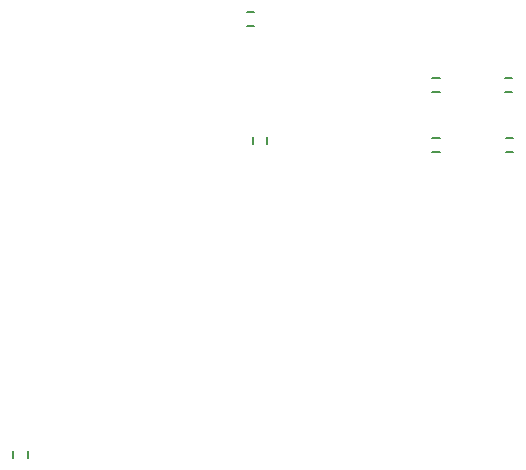
<source format=gto>
G75*
G70*
%OFA0B0*%
%FSLAX24Y24*%
%IPPOS*%
%LPD*%
%AMOC8*
5,1,8,0,0,1.08239X$1,22.5*
%
%ADD10C,0.0060*%
D10*
X003288Y001022D02*
X003288Y001258D01*
X003761Y001258D02*
X003761Y001022D01*
X017256Y011229D02*
X017493Y011229D01*
X017493Y011701D02*
X017256Y011701D01*
X017256Y013204D02*
X017493Y013204D01*
X017493Y013676D02*
X017256Y013676D01*
X019681Y013676D02*
X019918Y013676D01*
X019918Y013204D02*
X019681Y013204D01*
X019706Y011701D02*
X019943Y011701D01*
X019943Y011229D02*
X019706Y011229D01*
X011751Y011487D02*
X011751Y011723D01*
X011278Y011723D02*
X011278Y011487D01*
X011318Y015404D02*
X011081Y015404D01*
X011081Y015876D02*
X011318Y015876D01*
M02*

</source>
